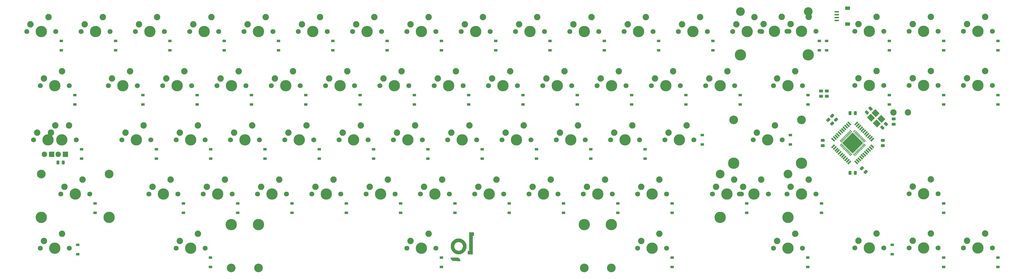
<source format=gbr>
%TF.GenerationSoftware,KiCad,Pcbnew,(5.99.0-12118-g897269f33f)*%
%TF.CreationDate,2021-10-21T22:54:26-04:00*%
%TF.ProjectId,latte,6c617474-652e-46b6-9963-61645f706362,rev?*%
%TF.SameCoordinates,Original*%
%TF.FileFunction,Soldermask,Bot*%
%TF.FilePolarity,Negative*%
%FSLAX46Y46*%
G04 Gerber Fmt 4.6, Leading zero omitted, Abs format (unit mm)*
G04 Created by KiCad (PCBNEW (5.99.0-12118-g897269f33f)) date 2021-10-21 22:54:26*
%MOMM*%
%LPD*%
G01*
G04 APERTURE LIST*
G04 Aperture macros list*
%AMRoundRect*
0 Rectangle with rounded corners*
0 $1 Rounding radius*
0 $2 $3 $4 $5 $6 $7 $8 $9 X,Y pos of 4 corners*
0 Add a 4 corners polygon primitive as box body*
4,1,4,$2,$3,$4,$5,$6,$7,$8,$9,$2,$3,0*
0 Add four circle primitives for the rounded corners*
1,1,$1+$1,$2,$3*
1,1,$1+$1,$4,$5*
1,1,$1+$1,$6,$7*
1,1,$1+$1,$8,$9*
0 Add four rect primitives between the rounded corners*
20,1,$1+$1,$2,$3,$4,$5,0*
20,1,$1+$1,$4,$5,$6,$7,0*
20,1,$1+$1,$6,$7,$8,$9,0*
20,1,$1+$1,$8,$9,$2,$3,0*%
%AMRotRect*
0 Rectangle, with rotation*
0 The origin of the aperture is its center*
0 $1 length*
0 $2 width*
0 $3 Rotation angle, in degrees counterclockwise*
0 Add horizontal line*
21,1,$1,$2,0,0,$3*%
G04 Aperture macros list end*
%ADD10C,0.010000*%
%ADD11C,1.750000*%
%ADD12C,3.987800*%
%ADD13C,2.250000*%
%ADD14C,3.048000*%
%ADD15C,1.905000*%
%ADD16R,1.905000X1.905000*%
%ADD17R,1.200000X0.900000*%
%ADD18RoundRect,0.243750X0.494975X0.150260X0.150260X0.494975X-0.494975X-0.150260X-0.150260X-0.494975X0*%
%ADD19RoundRect,0.243750X-0.456250X0.243750X-0.456250X-0.243750X0.456250X-0.243750X0.456250X0.243750X0*%
%ADD20RoundRect,0.243750X0.456250X-0.243750X0.456250X0.243750X-0.456250X0.243750X-0.456250X-0.243750X0*%
%ADD21R,1.800000X1.200000*%
%ADD22R,1.550000X0.600000*%
%ADD23RotRect,2.100000X1.800000X315.000000*%
%ADD24RoundRect,0.243750X0.243750X0.456250X-0.243750X0.456250X-0.243750X-0.456250X0.243750X-0.456250X0*%
%ADD25RotRect,1.500000X0.550000X315.000000*%
%ADD26RoundRect,0.062500X-0.380070X0.291682X0.291682X-0.380070X0.380070X-0.291682X-0.291682X0.380070X0*%
%ADD27RotRect,1.500000X0.550000X225.000000*%
%ADD28RoundRect,0.062500X-0.380070X-0.291682X-0.291682X-0.380070X0.380070X0.291682X0.291682X0.380070X0*%
%ADD29RoundRect,0.250000X-3.323402X0.000000X0.000000X-3.323402X3.323402X0.000000X0.000000X3.323402X0*%
%ADD30RoundRect,0.243750X-0.243750X-0.456250X0.243750X-0.456250X0.243750X0.456250X-0.243750X0.456250X0*%
%ADD31RoundRect,0.243750X-0.150260X0.494975X-0.494975X0.150260X0.150260X-0.494975X0.494975X-0.150260X0*%
%ADD32RoundRect,0.243750X0.150260X-0.494975X0.494975X-0.150260X-0.150260X0.494975X-0.494975X0.150260X0*%
%ADD33C,2.200000*%
G04 APERTURE END LIST*
D10*
%TO.C,G\u002A\u002A\u002A*%
X139563231Y-140149384D02*
X139074770Y-140149384D01*
X139074770Y-140149384D02*
X139074770Y-141321692D01*
X139074770Y-141321692D02*
X140735423Y-141321692D01*
X140735423Y-141321692D02*
X140740366Y-138092961D01*
X140740366Y-138092961D02*
X140745308Y-134864230D01*
X140745308Y-134864230D02*
X141224000Y-134853258D01*
X141224000Y-134853258D02*
X141224000Y-133682154D01*
X141224000Y-133682154D02*
X139563231Y-133682154D01*
X139563231Y-133682154D02*
X139563231Y-140149384D01*
X139563231Y-140149384D02*
X139563231Y-140149384D01*
G36*
X141224000Y-134853258D02*
G01*
X140745308Y-134864230D01*
X140740366Y-138092961D01*
X140735423Y-141321692D01*
X139074770Y-141321692D01*
X139074770Y-140149384D01*
X139563231Y-140149384D01*
X139563231Y-133682154D01*
X141224000Y-133682154D01*
X141224000Y-134853258D01*
G37*
X141224000Y-134853258D02*
X140745308Y-134864230D01*
X140740366Y-138092961D01*
X140735423Y-141321692D01*
X139074770Y-141321692D01*
X139074770Y-140149384D01*
X139563231Y-140149384D01*
X139563231Y-133682154D01*
X141224000Y-133682154D01*
X141224000Y-134853258D01*
X135678970Y-135843728D02*
X135495824Y-135856345D01*
X135495824Y-135856345D02*
X135333163Y-135878150D01*
X135333163Y-135878150D02*
X135285155Y-135887533D01*
X135285155Y-135887533D02*
X134970827Y-135972754D01*
X134970827Y-135972754D02*
X134678649Y-136089147D01*
X134678649Y-136089147D02*
X134405613Y-136238357D01*
X134405613Y-136238357D02*
X134148708Y-136422028D01*
X134148708Y-136422028D02*
X133905672Y-136641056D01*
X133905672Y-136641056D02*
X133686315Y-136885053D01*
X133686315Y-136885053D02*
X133502723Y-137143355D01*
X133502723Y-137143355D02*
X133353554Y-137418494D01*
X133353554Y-137418494D02*
X133237467Y-137712998D01*
X133237467Y-137712998D02*
X133153119Y-138029398D01*
X133153119Y-138029398D02*
X133143237Y-138078307D01*
X133143237Y-138078307D02*
X133121328Y-138232859D01*
X133121328Y-138232859D02*
X133109081Y-138412196D01*
X133109081Y-138412196D02*
X133106391Y-138603506D01*
X133106391Y-138603506D02*
X133113154Y-138793981D01*
X133113154Y-138793981D02*
X133129263Y-138970809D01*
X133129263Y-138970809D02*
X133151678Y-139107758D01*
X133151678Y-139107758D02*
X133239223Y-139429274D01*
X133239223Y-139429274D02*
X133360891Y-139733279D01*
X133360891Y-139733279D02*
X133515164Y-140017758D01*
X133515164Y-140017758D02*
X133700525Y-140280698D01*
X133700525Y-140280698D02*
X133915457Y-140520083D01*
X133915457Y-140520083D02*
X134158443Y-140733901D01*
X134158443Y-140733901D02*
X134427965Y-140920136D01*
X134427965Y-140920136D02*
X134583424Y-141008220D01*
X134583424Y-141008220D02*
X134772451Y-141096470D01*
X134772451Y-141096470D02*
X134981344Y-141174797D01*
X134981344Y-141174797D02*
X135192788Y-141237267D01*
X135192788Y-141237267D02*
X135352693Y-141271931D01*
X135352693Y-141271931D02*
X135489303Y-141290803D01*
X135489303Y-141290803D02*
X135644976Y-141304152D01*
X135644976Y-141304152D02*
X135806726Y-141311492D01*
X135806726Y-141311492D02*
X135961566Y-141312340D01*
X135961566Y-141312340D02*
X136096512Y-141306211D01*
X136096512Y-141306211D02*
X136144000Y-141301456D01*
X136144000Y-141301456D02*
X136471188Y-141242595D01*
X136471188Y-141242595D02*
X136782246Y-141149106D01*
X136782246Y-141149106D02*
X137075290Y-141022746D01*
X137075290Y-141022746D02*
X137348435Y-140865275D01*
X137348435Y-140865275D02*
X137599799Y-140678451D01*
X137599799Y-140678451D02*
X137827498Y-140464034D01*
X137827498Y-140464034D02*
X138029647Y-140223780D01*
X138029647Y-140223780D02*
X138204365Y-139959450D01*
X138204365Y-139959450D02*
X138349765Y-139672802D01*
X138349765Y-139672802D02*
X138463966Y-139365593D01*
X138463966Y-139365593D02*
X138540260Y-139064291D01*
X138540260Y-139064291D02*
X138561373Y-138918525D01*
X138561373Y-138918525D02*
X138573392Y-138747181D01*
X138573392Y-138747181D02*
X138576430Y-138562656D01*
X138576430Y-138562656D02*
X138576253Y-138557000D01*
X138576253Y-138557000D02*
X137401129Y-138557000D01*
X137401129Y-138557000D02*
X137385131Y-138811527D01*
X137385131Y-138811527D02*
X137333566Y-139050305D01*
X137333566Y-139050305D02*
X137246716Y-139272666D01*
X137246716Y-139272666D02*
X137124864Y-139477941D01*
X137124864Y-139477941D02*
X136968294Y-139665464D01*
X136968294Y-139665464D02*
X136905890Y-139726274D01*
X136905890Y-139726274D02*
X136716871Y-139875236D01*
X136716871Y-139875236D02*
X136508379Y-139992057D01*
X136508379Y-139992057D02*
X136284719Y-140075606D01*
X136284719Y-140075606D02*
X136050195Y-140124752D01*
X136050195Y-140124752D02*
X135809110Y-140138366D01*
X135809110Y-140138366D02*
X135565768Y-140115316D01*
X135565768Y-140115316D02*
X135485285Y-140099378D01*
X135485285Y-140099378D02*
X135256673Y-140028545D01*
X135256673Y-140028545D02*
X135044259Y-139923794D01*
X135044259Y-139923794D02*
X134851062Y-139787992D01*
X134851062Y-139787992D02*
X134680100Y-139624009D01*
X134680100Y-139624009D02*
X134534393Y-139434713D01*
X134534393Y-139434713D02*
X134416958Y-139222972D01*
X134416958Y-139222972D02*
X134335149Y-139006384D01*
X134335149Y-139006384D02*
X134311931Y-138923111D01*
X134311931Y-138923111D02*
X134296519Y-138849581D01*
X134296519Y-138849581D02*
X134287351Y-138773266D01*
X134287351Y-138773266D02*
X134282864Y-138681639D01*
X134282864Y-138681639D02*
X134281541Y-138576538D01*
X134281541Y-138576538D02*
X134291675Y-138355303D01*
X134291675Y-138355303D02*
X134325594Y-138157809D01*
X134325594Y-138157809D02*
X134385905Y-137974959D01*
X134385905Y-137974959D02*
X134475215Y-137797652D01*
X134475215Y-137797652D02*
X134529411Y-137711452D01*
X134529411Y-137711452D02*
X134678955Y-137519488D01*
X134678955Y-137519488D02*
X134848598Y-137358466D01*
X134848598Y-137358466D02*
X135034848Y-137228172D01*
X135034848Y-137228172D02*
X135234215Y-137128393D01*
X135234215Y-137128393D02*
X135443208Y-137058918D01*
X135443208Y-137058918D02*
X135658336Y-137019532D01*
X135658336Y-137019532D02*
X135876109Y-137010024D01*
X135876109Y-137010024D02*
X136093035Y-137030180D01*
X136093035Y-137030180D02*
X136305623Y-137079789D01*
X136305623Y-137079789D02*
X136510384Y-137158637D01*
X136510384Y-137158637D02*
X136703825Y-137266512D01*
X136703825Y-137266512D02*
X136882456Y-137403200D01*
X136882456Y-137403200D02*
X137042787Y-137568490D01*
X137042787Y-137568490D02*
X137181325Y-137762168D01*
X137181325Y-137762168D02*
X137245055Y-137876915D01*
X137245055Y-137876915D02*
X137329766Y-138082785D01*
X137329766Y-138082785D02*
X137381278Y-138301249D01*
X137381278Y-138301249D02*
X137400904Y-138538021D01*
X137400904Y-138538021D02*
X137401129Y-138557000D01*
X137401129Y-138557000D02*
X138576253Y-138557000D01*
X138576253Y-138557000D02*
X138570601Y-138377348D01*
X138570601Y-138377348D02*
X138556017Y-138203656D01*
X138556017Y-138203656D02*
X138532792Y-138053977D01*
X138532792Y-138053977D02*
X138530974Y-138045318D01*
X138530974Y-138045318D02*
X138442391Y-137720498D01*
X138442391Y-137720498D02*
X138320756Y-137415293D01*
X138320756Y-137415293D02*
X138167727Y-137131372D01*
X138167727Y-137131372D02*
X137984965Y-136870403D01*
X137984965Y-136870403D02*
X137774127Y-136634052D01*
X137774127Y-136634052D02*
X137536873Y-136423989D01*
X137536873Y-136423989D02*
X137274863Y-136241882D01*
X137274863Y-136241882D02*
X136989754Y-136089397D01*
X136989754Y-136089397D02*
X136683207Y-135968203D01*
X136683207Y-135968203D02*
X136382637Y-135885546D01*
X136382637Y-135885546D02*
X136234434Y-135861205D01*
X136234434Y-135861205D02*
X136059963Y-135846136D01*
X136059963Y-135846136D02*
X135870913Y-135840317D01*
X135870913Y-135840317D02*
X135678970Y-135843728D01*
X135678970Y-135843728D02*
X135678970Y-135843728D01*
G36*
X138573392Y-138747181D02*
G01*
X138561373Y-138918525D01*
X138540260Y-139064291D01*
X138463966Y-139365593D01*
X138349765Y-139672802D01*
X138204365Y-139959450D01*
X138029647Y-140223780D01*
X137827498Y-140464034D01*
X137599799Y-140678451D01*
X137348435Y-140865275D01*
X137075290Y-141022746D01*
X136782246Y-141149106D01*
X136471188Y-141242595D01*
X136144000Y-141301456D01*
X136096512Y-141306211D01*
X135961566Y-141312340D01*
X135806726Y-141311492D01*
X135644976Y-141304152D01*
X135489303Y-141290803D01*
X135352693Y-141271931D01*
X135192788Y-141237267D01*
X134981344Y-141174797D01*
X134772451Y-141096470D01*
X134583424Y-141008220D01*
X134427965Y-140920136D01*
X134158443Y-140733901D01*
X133915457Y-140520083D01*
X133700525Y-140280698D01*
X133515164Y-140017758D01*
X133360891Y-139733279D01*
X133239223Y-139429274D01*
X133151678Y-139107758D01*
X133129263Y-138970809D01*
X133113154Y-138793981D01*
X133106391Y-138603506D01*
X133106770Y-138576538D01*
X134281541Y-138576538D01*
X134282864Y-138681639D01*
X134287351Y-138773266D01*
X134296519Y-138849581D01*
X134311931Y-138923111D01*
X134335149Y-139006384D01*
X134416958Y-139222972D01*
X134534393Y-139434713D01*
X134680100Y-139624009D01*
X134851062Y-139787992D01*
X135044259Y-139923794D01*
X135256673Y-140028545D01*
X135485285Y-140099378D01*
X135565768Y-140115316D01*
X135809110Y-140138366D01*
X136050195Y-140124752D01*
X136284719Y-140075606D01*
X136508379Y-139992057D01*
X136716871Y-139875236D01*
X136905890Y-139726274D01*
X136968294Y-139665464D01*
X137124864Y-139477941D01*
X137246716Y-139272666D01*
X137333566Y-139050305D01*
X137385131Y-138811527D01*
X137401129Y-138557000D01*
X137400904Y-138538021D01*
X137381278Y-138301249D01*
X137329766Y-138082785D01*
X137245055Y-137876915D01*
X137181325Y-137762168D01*
X137042787Y-137568490D01*
X136882456Y-137403200D01*
X136703825Y-137266512D01*
X136510384Y-137158637D01*
X136305623Y-137079789D01*
X136093035Y-137030180D01*
X135876109Y-137010024D01*
X135658336Y-137019532D01*
X135443208Y-137058918D01*
X135234215Y-137128393D01*
X135034848Y-137228172D01*
X134848598Y-137358466D01*
X134678955Y-137519488D01*
X134529411Y-137711452D01*
X134475215Y-137797652D01*
X134385905Y-137974959D01*
X134325594Y-138157809D01*
X134291675Y-138355303D01*
X134281541Y-138576538D01*
X133106770Y-138576538D01*
X133109081Y-138412196D01*
X133121328Y-138232859D01*
X133143237Y-138078307D01*
X133153119Y-138029398D01*
X133237467Y-137712998D01*
X133353554Y-137418494D01*
X133502723Y-137143355D01*
X133686315Y-136885053D01*
X133905672Y-136641056D01*
X134148708Y-136422028D01*
X134405613Y-136238357D01*
X134678649Y-136089147D01*
X134970827Y-135972754D01*
X135285155Y-135887533D01*
X135333163Y-135878150D01*
X135495824Y-135856345D01*
X135678970Y-135843728D01*
X135870913Y-135840317D01*
X136059963Y-135846136D01*
X136234434Y-135861205D01*
X136382637Y-135885546D01*
X136683207Y-135968203D01*
X136989754Y-136089397D01*
X137274863Y-136241882D01*
X137536873Y-136423989D01*
X137774127Y-136634052D01*
X137984965Y-136870403D01*
X138167727Y-137131372D01*
X138320756Y-137415293D01*
X138442391Y-137720498D01*
X138530974Y-138045318D01*
X138532792Y-138053977D01*
X138556017Y-138203656D01*
X138570601Y-138377348D01*
X138576253Y-138557000D01*
X138576430Y-138562656D01*
X138573392Y-138747181D01*
G37*
X138573392Y-138747181D02*
X138561373Y-138918525D01*
X138540260Y-139064291D01*
X138463966Y-139365593D01*
X138349765Y-139672802D01*
X138204365Y-139959450D01*
X138029647Y-140223780D01*
X137827498Y-140464034D01*
X137599799Y-140678451D01*
X137348435Y-140865275D01*
X137075290Y-141022746D01*
X136782246Y-141149106D01*
X136471188Y-141242595D01*
X136144000Y-141301456D01*
X136096512Y-141306211D01*
X135961566Y-141312340D01*
X135806726Y-141311492D01*
X135644976Y-141304152D01*
X135489303Y-141290803D01*
X135352693Y-141271931D01*
X135192788Y-141237267D01*
X134981344Y-141174797D01*
X134772451Y-141096470D01*
X134583424Y-141008220D01*
X134427965Y-140920136D01*
X134158443Y-140733901D01*
X133915457Y-140520083D01*
X133700525Y-140280698D01*
X133515164Y-140017758D01*
X133360891Y-139733279D01*
X133239223Y-139429274D01*
X133151678Y-139107758D01*
X133129263Y-138970809D01*
X133113154Y-138793981D01*
X133106391Y-138603506D01*
X133106770Y-138576538D01*
X134281541Y-138576538D01*
X134282864Y-138681639D01*
X134287351Y-138773266D01*
X134296519Y-138849581D01*
X134311931Y-138923111D01*
X134335149Y-139006384D01*
X134416958Y-139222972D01*
X134534393Y-139434713D01*
X134680100Y-139624009D01*
X134851062Y-139787992D01*
X135044259Y-139923794D01*
X135256673Y-140028545D01*
X135485285Y-140099378D01*
X135565768Y-140115316D01*
X135809110Y-140138366D01*
X136050195Y-140124752D01*
X136284719Y-140075606D01*
X136508379Y-139992057D01*
X136716871Y-139875236D01*
X136905890Y-139726274D01*
X136968294Y-139665464D01*
X137124864Y-139477941D01*
X137246716Y-139272666D01*
X137333566Y-139050305D01*
X137385131Y-138811527D01*
X137401129Y-138557000D01*
X137400904Y-138538021D01*
X137381278Y-138301249D01*
X137329766Y-138082785D01*
X137245055Y-137876915D01*
X137181325Y-137762168D01*
X137042787Y-137568490D01*
X136882456Y-137403200D01*
X136703825Y-137266512D01*
X136510384Y-137158637D01*
X136305623Y-137079789D01*
X136093035Y-137030180D01*
X135876109Y-137010024D01*
X135658336Y-137019532D01*
X135443208Y-137058918D01*
X135234215Y-137128393D01*
X135034848Y-137228172D01*
X134848598Y-137358466D01*
X134678955Y-137519488D01*
X134529411Y-137711452D01*
X134475215Y-137797652D01*
X134385905Y-137974959D01*
X134325594Y-138157809D01*
X134291675Y-138355303D01*
X134281541Y-138576538D01*
X133106770Y-138576538D01*
X133109081Y-138412196D01*
X133121328Y-138232859D01*
X133143237Y-138078307D01*
X133153119Y-138029398D01*
X133237467Y-137712998D01*
X133353554Y-137418494D01*
X133502723Y-137143355D01*
X133686315Y-136885053D01*
X133905672Y-136641056D01*
X134148708Y-136422028D01*
X134405613Y-136238357D01*
X134678649Y-136089147D01*
X134970827Y-135972754D01*
X135285155Y-135887533D01*
X135333163Y-135878150D01*
X135495824Y-135856345D01*
X135678970Y-135843728D01*
X135870913Y-135840317D01*
X136059963Y-135846136D01*
X136234434Y-135861205D01*
X136382637Y-135885546D01*
X136683207Y-135968203D01*
X136989754Y-136089397D01*
X137274863Y-136241882D01*
X137536873Y-136423989D01*
X137774127Y-136634052D01*
X137984965Y-136870403D01*
X138167727Y-137131372D01*
X138320756Y-137415293D01*
X138442391Y-137720498D01*
X138530974Y-138045318D01*
X138532792Y-138053977D01*
X138556017Y-138203656D01*
X138570601Y-138377348D01*
X138576253Y-138557000D01*
X138576430Y-138562656D01*
X138573392Y-138747181D01*
X133105244Y-142616115D02*
X133151166Y-142833866D01*
X133151166Y-142833866D02*
X133230719Y-143033043D01*
X133230719Y-143033043D02*
X133342027Y-143211387D01*
X133342027Y-143211387D02*
X133483214Y-143366644D01*
X133483214Y-143366644D02*
X133652404Y-143496555D01*
X133652404Y-143496555D02*
X133847723Y-143598863D01*
X133847723Y-143598863D02*
X133955693Y-143639324D01*
X133955693Y-143639324D02*
X133980753Y-143646734D01*
X133980753Y-143646734D02*
X134009620Y-143653086D01*
X134009620Y-143653086D02*
X134045462Y-143658481D01*
X134045462Y-143658481D02*
X134091444Y-143663023D01*
X134091444Y-143663023D02*
X134150735Y-143666816D01*
X134150735Y-143666816D02*
X134226501Y-143669963D01*
X134226501Y-143669963D02*
X134321908Y-143672567D01*
X134321908Y-143672567D02*
X134440125Y-143674732D01*
X134440125Y-143674732D02*
X134584317Y-143676561D01*
X134584317Y-143676561D02*
X134757652Y-143678158D01*
X134757652Y-143678158D02*
X134963296Y-143679625D01*
X134963296Y-143679625D02*
X135204417Y-143681068D01*
X135204417Y-143681068D02*
X135240346Y-143681269D01*
X135240346Y-143681269D02*
X136417539Y-143687817D01*
X136417539Y-143687817D02*
X136417539Y-143596844D01*
X136417539Y-143596844D02*
X136399341Y-143433030D01*
X136399341Y-143433030D02*
X136347675Y-143266226D01*
X136347675Y-143266226D02*
X136266935Y-143103118D01*
X136266935Y-143103118D02*
X136161512Y-142950390D01*
X136161512Y-142950390D02*
X136035799Y-142814727D01*
X136035799Y-142814727D02*
X135894188Y-142702817D01*
X135894188Y-142702817D02*
X135791403Y-142643866D01*
X135791403Y-142643866D02*
X135737945Y-142617871D01*
X135737945Y-142617871D02*
X135689760Y-142595584D01*
X135689760Y-142595584D02*
X135643480Y-142576721D01*
X135643480Y-142576721D02*
X135595734Y-142560995D01*
X135595734Y-142560995D02*
X135543154Y-142548122D01*
X135543154Y-142548122D02*
X135482369Y-142537816D01*
X135482369Y-142537816D02*
X135410011Y-142529792D01*
X135410011Y-142529792D02*
X135322710Y-142523764D01*
X135322710Y-142523764D02*
X135217096Y-142519447D01*
X135217096Y-142519447D02*
X135089801Y-142516555D01*
X135089801Y-142516555D02*
X134937454Y-142514804D01*
X134937454Y-142514804D02*
X134756686Y-142513908D01*
X134756686Y-142513908D02*
X134544127Y-142513581D01*
X134544127Y-142513581D02*
X134296409Y-142513538D01*
X134296409Y-142513538D02*
X133092333Y-142513538D01*
X133092333Y-142513538D02*
X133105244Y-142616115D01*
X133105244Y-142616115D02*
X133105244Y-142616115D01*
G36*
X134544127Y-142513581D02*
G01*
X134756686Y-142513908D01*
X134937454Y-142514804D01*
X135089801Y-142516555D01*
X135217096Y-142519447D01*
X135322710Y-142523764D01*
X135410011Y-142529792D01*
X135482369Y-142537816D01*
X135543154Y-142548122D01*
X135595734Y-142560995D01*
X135643480Y-142576721D01*
X135689760Y-142595584D01*
X135737945Y-142617871D01*
X135791403Y-142643866D01*
X135894188Y-142702817D01*
X136035799Y-142814727D01*
X136161512Y-142950390D01*
X136266935Y-143103118D01*
X136347675Y-143266226D01*
X136399341Y-143433030D01*
X136417539Y-143596844D01*
X136417539Y-143687817D01*
X135240346Y-143681269D01*
X135204417Y-143681068D01*
X134963296Y-143679625D01*
X134757652Y-143678158D01*
X134584317Y-143676561D01*
X134440125Y-143674732D01*
X134321908Y-143672567D01*
X134226501Y-143669963D01*
X134150735Y-143666816D01*
X134091444Y-143663023D01*
X134045462Y-143658481D01*
X134009620Y-143653086D01*
X133980753Y-143646734D01*
X133955693Y-143639324D01*
X133847723Y-143598863D01*
X133652404Y-143496555D01*
X133483214Y-143366644D01*
X133342027Y-143211387D01*
X133230719Y-143033043D01*
X133151166Y-142833866D01*
X133105244Y-142616115D01*
X133092333Y-142513538D01*
X134296409Y-142513538D01*
X134544127Y-142513581D01*
G37*
X134544127Y-142513581D02*
X134756686Y-142513908D01*
X134937454Y-142514804D01*
X135089801Y-142516555D01*
X135217096Y-142519447D01*
X135322710Y-142523764D01*
X135410011Y-142529792D01*
X135482369Y-142537816D01*
X135543154Y-142548122D01*
X135595734Y-142560995D01*
X135643480Y-142576721D01*
X135689760Y-142595584D01*
X135737945Y-142617871D01*
X135791403Y-142643866D01*
X135894188Y-142702817D01*
X136035799Y-142814727D01*
X136161512Y-142950390D01*
X136266935Y-143103118D01*
X136347675Y-143266226D01*
X136399341Y-143433030D01*
X136417539Y-143596844D01*
X136417539Y-143687817D01*
X135240346Y-143681269D01*
X135204417Y-143681068D01*
X134963296Y-143679625D01*
X134757652Y-143678158D01*
X134584317Y-143676561D01*
X134440125Y-143674732D01*
X134321908Y-143672567D01*
X134226501Y-143669963D01*
X134150735Y-143666816D01*
X134091444Y-143663023D01*
X134045462Y-143658481D01*
X134009620Y-143653086D01*
X133980753Y-143646734D01*
X133955693Y-143639324D01*
X133847723Y-143598863D01*
X133652404Y-143496555D01*
X133483214Y-143366644D01*
X133342027Y-143211387D01*
X133230719Y-143033043D01*
X133151166Y-142833866D01*
X133105244Y-142616115D01*
X133092333Y-142513538D01*
X134296409Y-142513538D01*
X134544127Y-142513581D01*
%TD*%
D11*
%TO.C,MX19*%
X12995000Y-82075000D03*
X23155000Y-82075000D03*
D12*
X18075000Y-82075000D03*
D13*
X14265000Y-79535000D03*
X20615000Y-76995000D03*
%TD*%
D11*
%TO.C,MX46*%
X56455000Y-120175000D03*
X46295000Y-120175000D03*
D12*
X51375000Y-120175000D03*
D13*
X47565000Y-117635000D03*
X53915000Y-115095000D03*
%TD*%
D11*
%TO.C,MX56*%
X293970000Y-120125000D03*
X304130000Y-120125000D03*
D12*
X299050000Y-120125000D03*
D13*
X295240000Y-117585000D03*
X301590000Y-115045000D03*
%TD*%
D12*
%TO.C,MX23*%
X94275000Y-82075000D03*
D11*
X89195000Y-82075000D03*
X99355000Y-82075000D03*
D13*
X90465000Y-79535000D03*
X96815000Y-76995000D03*
%TD*%
D11*
%TO.C,MX55*%
X251095000Y-120150000D03*
D12*
X256175000Y-120150000D03*
D11*
X261255000Y-120150000D03*
D13*
X252365000Y-117610000D03*
X258715000Y-115070000D03*
%TD*%
D11*
%TO.C,MX18*%
X323180000Y-62975000D03*
D12*
X318100000Y-62975000D03*
D11*
X313020000Y-62975000D03*
D13*
X314290000Y-60435000D03*
X320640000Y-57895000D03*
%TD*%
D14*
%TO.C,2.25u1*%
X256206250Y-94115000D03*
D12*
X256206250Y-109355000D03*
D14*
X232393750Y-94115000D03*
D12*
X244300000Y-101100000D03*
D11*
X239220000Y-101100000D03*
D12*
X232393750Y-109355000D03*
D11*
X249380000Y-101100000D03*
D13*
X240490000Y-98560000D03*
X246840000Y-96020000D03*
%TD*%
D11*
%TO.C,MX25*%
X127295000Y-82075000D03*
X137455000Y-82075000D03*
D12*
X132375000Y-82075000D03*
D13*
X128565000Y-79535000D03*
X134915000Y-76995000D03*
%TD*%
D12*
%TO.C,MX37*%
X79975000Y-101125000D03*
D11*
X74895000Y-101125000D03*
X85055000Y-101125000D03*
D13*
X76165000Y-98585000D03*
X82515000Y-96045000D03*
%TD*%
D11*
%TO.C,1.5u4*%
X36770000Y-139225000D03*
D12*
X41850000Y-139225000D03*
D11*
X46930000Y-139225000D03*
D13*
X38040000Y-136685000D03*
X44390000Y-134145000D03*
%TD*%
D12*
%TO.C,2.75u1*%
X251406250Y-128405000D03*
D14*
X227593750Y-113165000D03*
D12*
X227593750Y-128405000D03*
D11*
X234420000Y-120150000D03*
D14*
X251406250Y-113165000D03*
D12*
X239500000Y-120150000D03*
D11*
X244580000Y-120150000D03*
D13*
X235690000Y-117610000D03*
X242040000Y-115070000D03*
%TD*%
D12*
%TO.C,MX41*%
X156200000Y-101125000D03*
D11*
X161280000Y-101125000D03*
X151120000Y-101125000D03*
D13*
X152390000Y-98585000D03*
X158740000Y-96045000D03*
%TD*%
D11*
%TO.C,MX51*%
X151705000Y-120175000D03*
D12*
X146625000Y-120175000D03*
D11*
X141545000Y-120175000D03*
D13*
X142815000Y-117635000D03*
X149165000Y-115095000D03*
%TD*%
D11*
%TO.C,MX49*%
X103445000Y-120175000D03*
X113605000Y-120175000D03*
D12*
X108525000Y-120175000D03*
D13*
X104715000Y-117635000D03*
X111065000Y-115095000D03*
%TD*%
D12*
%TO.C,MX1*%
X-10500000Y-63025000D03*
D11*
X-15580000Y-63025000D03*
X-5420000Y-63025000D03*
D13*
X-14310000Y-60485000D03*
X-7960000Y-57945000D03*
%TD*%
D11*
%TO.C,MX2*%
X3470000Y-63025000D03*
X13630000Y-63025000D03*
D12*
X8550000Y-63025000D03*
D13*
X4740000Y-60485000D03*
X11090000Y-57945000D03*
%TD*%
D11*
%TO.C,MX3*%
X32680000Y-63025000D03*
D12*
X27600000Y-63025000D03*
D11*
X22520000Y-63025000D03*
D13*
X23790000Y-60485000D03*
X30140000Y-57945000D03*
%TD*%
D11*
%TO.C,1.5u1*%
X-10830000Y-82075000D03*
X-670000Y-82075000D03*
D12*
X-5750000Y-82075000D03*
D13*
X-9560000Y-79535000D03*
X-3210000Y-76995000D03*
%TD*%
D12*
%TO.C,MX33*%
X318100000Y-82025000D03*
D11*
X323180000Y-82025000D03*
X313020000Y-82025000D03*
D13*
X314290000Y-79485000D03*
X320640000Y-76945000D03*
%TD*%
D11*
%TO.C,MX54*%
X208855000Y-120175000D03*
X198695000Y-120175000D03*
D12*
X203775000Y-120175000D03*
D13*
X199965000Y-117635000D03*
X206315000Y-115095000D03*
%TD*%
D12*
%TO.C,MX8*%
X122850000Y-63025000D03*
D11*
X117770000Y-63025000D03*
X127930000Y-63025000D03*
D13*
X119040000Y-60485000D03*
X125390000Y-57945000D03*
%TD*%
D14*
%TO.C,10u1*%
X189487500Y-146210000D03*
X56137500Y-146210000D03*
D12*
X56137500Y-130970000D03*
X189487500Y-130970000D03*
%TD*%
D11*
%TO.C,MX9*%
X136820000Y-63025000D03*
D12*
X141900000Y-63025000D03*
D11*
X146980000Y-63025000D03*
D13*
X138090000Y-60485000D03*
X144440000Y-57945000D03*
%TD*%
D12*
%TO.C,MX11*%
X180000000Y-63025000D03*
D11*
X185080000Y-63025000D03*
X174920000Y-63025000D03*
D13*
X176190000Y-60485000D03*
X182540000Y-57945000D03*
%TD*%
D11*
%TO.C,MX35*%
X46955000Y-101125000D03*
X36795000Y-101125000D03*
D12*
X41875000Y-101125000D03*
D13*
X38065000Y-98585000D03*
X44415000Y-96045000D03*
%TD*%
D11*
%TO.C,MX14*%
X242230000Y-63000000D03*
X232070000Y-63000000D03*
D12*
X237150000Y-63000000D03*
D13*
X233340000Y-60460000D03*
X239690000Y-57920000D03*
%TD*%
D11*
%TO.C,1.75u2*%
X235055000Y-120150000D03*
D12*
X229975000Y-120150000D03*
D11*
X224895000Y-120150000D03*
D13*
X226165000Y-117610000D03*
X232515000Y-115070000D03*
%TD*%
D11*
%TO.C,MX38*%
X104105000Y-101125000D03*
D12*
X99025000Y-101125000D03*
D11*
X93945000Y-101125000D03*
D13*
X95215000Y-98585000D03*
X101565000Y-96045000D03*
%TD*%
D12*
%TO.C,MX30*%
X227625000Y-82050000D03*
D11*
X222545000Y-82050000D03*
X232705000Y-82050000D03*
D13*
X223815000Y-79510000D03*
X230165000Y-76970000D03*
%TD*%
D11*
%TO.C,1.75u1*%
X1705000Y-101125000D03*
X-8455000Y-101125000D03*
D12*
X-3375000Y-101125000D03*
D13*
X-7185000Y-98585000D03*
X-835000Y-96045000D03*
D15*
X-4645000Y-106205000D03*
D16*
X-2105000Y-106205000D03*
%TD*%
D12*
%TO.C,MX48*%
X89475000Y-120175000D03*
D11*
X94555000Y-120175000D03*
X84395000Y-120175000D03*
D13*
X85665000Y-117635000D03*
X92015000Y-115095000D03*
%TD*%
D11*
%TO.C,MX40*%
X132070000Y-101125000D03*
D12*
X137150000Y-101125000D03*
D11*
X142230000Y-101125000D03*
D13*
X133340000Y-98585000D03*
X139690000Y-96045000D03*
%TD*%
D11*
%TO.C,MX57*%
X285080000Y-139175000D03*
D12*
X280000000Y-139175000D03*
D11*
X274920000Y-139175000D03*
D13*
X276190000Y-136635000D03*
X282540000Y-134095000D03*
%TD*%
D12*
%TO.C,MX20*%
X37125000Y-82075000D03*
D11*
X42205000Y-82075000D03*
X32045000Y-82075000D03*
D13*
X33315000Y-79535000D03*
X39665000Y-76995000D03*
%TD*%
D12*
%TO.C,MX59*%
X318100000Y-139175000D03*
D11*
X323180000Y-139175000D03*
X313020000Y-139175000D03*
D13*
X314290000Y-136635000D03*
X320640000Y-134095000D03*
%TD*%
D11*
%TO.C,2.25u2*%
X-3705000Y-120175000D03*
D12*
X1375000Y-120175000D03*
D14*
X13281250Y-113190000D03*
D11*
X6455000Y-120175000D03*
D14*
X-10531250Y-113190000D03*
D12*
X13281250Y-128430000D03*
X-10531250Y-128430000D03*
D13*
X-2435000Y-117635000D03*
X3915000Y-115095000D03*
%TD*%
D11*
%TO.C,MX24*%
X108245000Y-82075000D03*
D12*
X113325000Y-82075000D03*
D11*
X118405000Y-82075000D03*
D13*
X109515000Y-79535000D03*
X115865000Y-76995000D03*
%TD*%
D11*
%TO.C,MX15*%
X251120000Y-62975000D03*
D12*
X256200000Y-62975000D03*
D11*
X261280000Y-62975000D03*
D13*
X252390000Y-60435000D03*
X258740000Y-57895000D03*
%TD*%
D11*
%TO.C,1.5u6*%
X246332125Y-139200000D03*
X256492125Y-139200000D03*
D12*
X251412125Y-139200000D03*
D13*
X247602125Y-136660000D03*
X253952125Y-134120000D03*
%TD*%
D12*
%TO.C,MX16*%
X280000000Y-62975000D03*
D11*
X285080000Y-62975000D03*
X274920000Y-62975000D03*
D13*
X276190000Y-60435000D03*
X282540000Y-57895000D03*
%TD*%
D11*
%TO.C,MX21*%
X51095000Y-82075000D03*
D12*
X56175000Y-82075000D03*
D11*
X61255000Y-82075000D03*
D13*
X52365000Y-79535000D03*
X58715000Y-76995000D03*
%TD*%
D12*
%TO.C,MX45*%
X32325000Y-120175000D03*
D11*
X37405000Y-120175000D03*
X27245000Y-120175000D03*
D13*
X28515000Y-117635000D03*
X34865000Y-115095000D03*
%TD*%
D12*
%TO.C,MX39*%
X118075000Y-101125000D03*
D11*
X112995000Y-101125000D03*
X123155000Y-101125000D03*
D13*
X114265000Y-98585000D03*
X120615000Y-96045000D03*
%TD*%
D11*
%TO.C,MX10*%
X155870000Y-63025000D03*
X166030000Y-63025000D03*
D12*
X160950000Y-63025000D03*
D13*
X157140000Y-60485000D03*
X163490000Y-57945000D03*
%TD*%
D11*
%TO.C,7u1*%
X127892500Y-139225000D03*
X117732500Y-139225000D03*
D14*
X179962500Y-146210000D03*
X65662500Y-146210000D03*
D12*
X179962500Y-130970000D03*
X122812500Y-139225000D03*
X65662500Y-130970000D03*
D13*
X119002500Y-136685000D03*
X125352500Y-134145000D03*
%TD*%
D11*
%TO.C,MX27*%
X175555000Y-82075000D03*
D12*
X170475000Y-82075000D03*
D11*
X165395000Y-82075000D03*
D13*
X166665000Y-79535000D03*
X173015000Y-76995000D03*
%TD*%
D12*
%TO.C,MX13*%
X218100000Y-63000000D03*
D11*
X213020000Y-63000000D03*
X223180000Y-63000000D03*
D13*
X214290000Y-60460000D03*
X220640000Y-57920000D03*
%TD*%
D11*
%TO.C,1.5u3*%
X-695000Y-139225000D03*
D12*
X-5775000Y-139225000D03*
D11*
X-10855000Y-139225000D03*
D13*
X-9585000Y-136685000D03*
X-3235000Y-134145000D03*
%TD*%
D11*
%TO.C,MX52*%
X160595000Y-120175000D03*
X170755000Y-120175000D03*
D12*
X165675000Y-120175000D03*
D13*
X161865000Y-117635000D03*
X168215000Y-115095000D03*
%TD*%
D12*
%TO.C,1.5u5*%
X203787125Y-139200000D03*
D11*
X198707125Y-139200000D03*
X208867125Y-139200000D03*
D13*
X199977125Y-136660000D03*
X206327125Y-134120000D03*
%TD*%
D11*
%TO.C,MX53*%
X179645000Y-120175000D03*
D12*
X184725000Y-120175000D03*
D11*
X189805000Y-120175000D03*
D13*
X180915000Y-117635000D03*
X187265000Y-115095000D03*
%TD*%
D11*
%TO.C,MX42*%
X180330000Y-101125000D03*
X170170000Y-101125000D03*
D12*
X175250000Y-101125000D03*
D13*
X171440000Y-98585000D03*
X177790000Y-96045000D03*
%TD*%
D11*
%TO.C,MX4*%
X51730000Y-63025000D03*
X41570000Y-63025000D03*
D12*
X46650000Y-63025000D03*
D13*
X42840000Y-60485000D03*
X49190000Y-57945000D03*
%TD*%
D11*
%TO.C,MX17*%
X293970000Y-62975000D03*
D12*
X299050000Y-62975000D03*
D11*
X304130000Y-62975000D03*
D13*
X295240000Y-60435000D03*
X301590000Y-57895000D03*
%TD*%
D11*
%TO.C,MX47*%
X65345000Y-120175000D03*
X75505000Y-120175000D03*
D12*
X70425000Y-120175000D03*
D13*
X66615000Y-117635000D03*
X72965000Y-115095000D03*
%TD*%
D12*
%TO.C,MX31*%
X280000000Y-82025000D03*
D11*
X285080000Y-82025000D03*
X274920000Y-82025000D03*
D13*
X276190000Y-79485000D03*
X282540000Y-76945000D03*
%TD*%
D11*
%TO.C,MX43*%
X189220000Y-101125000D03*
D12*
X194300000Y-101125000D03*
D11*
X199380000Y-101125000D03*
D13*
X190490000Y-98585000D03*
X196840000Y-96045000D03*
%TD*%
D11*
%TO.C,1.5u2*%
X256505000Y-82050000D03*
D12*
X251425000Y-82050000D03*
D11*
X246345000Y-82050000D03*
D13*
X247615000Y-79510000D03*
X253965000Y-76970000D03*
%TD*%
D11*
%TO.C,1.25u1*%
X-3070000Y-101125000D03*
D12*
X-8150000Y-101125000D03*
D11*
X-13230000Y-101125000D03*
D13*
X-11960000Y-98585000D03*
X-5610000Y-96045000D03*
D15*
X-9420000Y-106205000D03*
D16*
X-6880000Y-106205000D03*
%TD*%
D11*
%TO.C,MX12*%
X193970000Y-63000000D03*
D12*
X199050000Y-63000000D03*
D11*
X204130000Y-63000000D03*
D13*
X195240000Y-60460000D03*
X201590000Y-57920000D03*
%TD*%
D12*
%TO.C,MX34*%
X22825000Y-101125000D03*
D11*
X17745000Y-101125000D03*
X27905000Y-101125000D03*
D13*
X19015000Y-98585000D03*
X25365000Y-96045000D03*
%TD*%
D12*
%TO.C,MX44*%
X213350000Y-101100000D03*
D11*
X218430000Y-101100000D03*
X208270000Y-101100000D03*
D13*
X209540000Y-98560000D03*
X215890000Y-96020000D03*
%TD*%
D11*
%TO.C,MX22*%
X80305000Y-82075000D03*
X70145000Y-82075000D03*
D12*
X75225000Y-82075000D03*
D13*
X71415000Y-79535000D03*
X77765000Y-76995000D03*
%TD*%
D11*
%TO.C,MX50*%
X132655000Y-120175000D03*
X122495000Y-120175000D03*
D12*
X127575000Y-120175000D03*
D13*
X123765000Y-117635000D03*
X130115000Y-115095000D03*
%TD*%
D11*
%TO.C,MX32*%
X304130000Y-82025000D03*
X293970000Y-82025000D03*
D12*
X299050000Y-82025000D03*
D13*
X295240000Y-79485000D03*
X301590000Y-76945000D03*
%TD*%
D11*
%TO.C,MX26*%
X146345000Y-82075000D03*
D12*
X151425000Y-82075000D03*
D11*
X156505000Y-82075000D03*
D13*
X147615000Y-79535000D03*
X153965000Y-76995000D03*
%TD*%
D11*
%TO.C,MX5*%
X60620000Y-63025000D03*
X70780000Y-63025000D03*
D12*
X65700000Y-63025000D03*
D13*
X61890000Y-60485000D03*
X68240000Y-57945000D03*
%TD*%
D11*
%TO.C,2u1*%
X251755000Y-62975000D03*
D14*
X258581250Y-55990000D03*
D11*
X241595000Y-62975000D03*
D12*
X246675000Y-62975000D03*
X258581250Y-71230000D03*
X234768750Y-71230000D03*
D14*
X234768750Y-55990000D03*
D13*
X242865000Y-60435000D03*
X249215000Y-57895000D03*
%TD*%
D11*
%TO.C,MX29*%
X203495000Y-82050000D03*
D12*
X208575000Y-82050000D03*
D11*
X213655000Y-82050000D03*
D13*
X204765000Y-79510000D03*
X211115000Y-76970000D03*
%TD*%
D12*
%TO.C,MX58*%
X299050000Y-139175000D03*
D11*
X304130000Y-139175000D03*
X293970000Y-139175000D03*
D13*
X295240000Y-136635000D03*
X301590000Y-134095000D03*
%TD*%
D11*
%TO.C,MX28*%
X184445000Y-82075000D03*
X194605000Y-82075000D03*
D12*
X189525000Y-82075000D03*
D13*
X185715000Y-79535000D03*
X192065000Y-76995000D03*
%TD*%
D11*
%TO.C,MX6*%
X89830000Y-63025000D03*
X79670000Y-63025000D03*
D12*
X84750000Y-63025000D03*
D13*
X80940000Y-60485000D03*
X87290000Y-57945000D03*
%TD*%
D11*
%TO.C,MX36*%
X55845000Y-101125000D03*
D12*
X60925000Y-101125000D03*
D11*
X66005000Y-101125000D03*
D13*
X57115000Y-98585000D03*
X63465000Y-96045000D03*
%TD*%
D11*
%TO.C,MX7*%
X98720000Y-63025000D03*
D12*
X103800000Y-63025000D03*
D11*
X108880000Y-63025000D03*
D13*
X99990000Y-60485000D03*
X106340000Y-57945000D03*
%TD*%
D17*
%TO.C,D47*%
X221350000Y-102750000D03*
X221350000Y-99450000D03*
%TD*%
%TO.C,D16*%
X287000000Y-69625000D03*
X287000000Y-66325000D03*
%TD*%
D18*
%TO.C,C1*%
X266887913Y-95412913D03*
X265562087Y-94087087D03*
%TD*%
D19*
%TO.C,R4*%
X263050000Y-83912500D03*
X263050000Y-85787500D03*
%TD*%
D17*
%TO.C,D2*%
X15550000Y-69675000D03*
X15550000Y-66375000D03*
%TD*%
D19*
%TO.C,C5*%
X263625000Y-101312500D03*
X263625000Y-103187500D03*
%TD*%
D17*
%TO.C,D56*%
X153625000Y-126825000D03*
X153625000Y-123525000D03*
%TD*%
%TO.C,D23*%
X82225000Y-88725000D03*
X82225000Y-85425000D03*
%TD*%
D20*
%TO.C,C3*%
X284675000Y-103187500D03*
X284675000Y-101312500D03*
%TD*%
D17*
%TO.C,D31*%
X234625000Y-88700000D03*
X234625000Y-85400000D03*
%TD*%
%TO.C,D20*%
X25075000Y-88725000D03*
X25075000Y-85425000D03*
%TD*%
%TO.C,D25*%
X120325000Y-88725000D03*
X120325000Y-85425000D03*
%TD*%
%TO.C,D67*%
X258412125Y-145850000D03*
X258412125Y-142550000D03*
%TD*%
%TO.C,D51*%
X58375000Y-126825000D03*
X58375000Y-123525000D03*
%TD*%
%TO.C,D27*%
X158425000Y-88725000D03*
X158425000Y-85425000D03*
%TD*%
%TO.C,D15*%
X264975000Y-69625000D03*
X264975000Y-66325000D03*
%TD*%
%TO.C,D19*%
X1250000Y-88725000D03*
X1250000Y-85425000D03*
%TD*%
D21*
%TO.C,J1*%
X272375000Y-54825000D03*
X272375000Y-60425000D03*
D22*
X268500000Y-56125000D03*
X268500000Y-57125000D03*
X268500000Y-58125000D03*
X268500000Y-59125000D03*
%TD*%
D17*
%TO.C,D9*%
X148900000Y-69675000D03*
X148900000Y-66375000D03*
%TD*%
%TO.C,D36*%
X3625000Y-107775000D03*
X3625000Y-104475000D03*
%TD*%
%TO.C,D8*%
X129850000Y-69675000D03*
X129850000Y-66375000D03*
%TD*%
D23*
%TO.C,Y1*%
X282182468Y-91731122D03*
X284233078Y-93781732D03*
X282606732Y-95408078D03*
X280556122Y-93357468D03*
%TD*%
D17*
%TO.C,D38*%
X48875000Y-107775000D03*
X48875000Y-104475000D03*
%TD*%
D24*
%TO.C,C4*%
X275087500Y-112750000D03*
X273212500Y-112750000D03*
%TD*%
D17*
%TO.C,D28*%
X177475000Y-88725000D03*
X177475000Y-85425000D03*
%TD*%
%TO.C,D21*%
X44125000Y-88725000D03*
X44125000Y-85425000D03*
%TD*%
%TO.C,D37*%
X29825000Y-107775000D03*
X29825000Y-104475000D03*
%TD*%
%TO.C,D33*%
X287000000Y-88675000D03*
X287000000Y-85375000D03*
%TD*%
%TO.C,D55*%
X134575000Y-126825000D03*
X134575000Y-123525000D03*
%TD*%
%TO.C,D13*%
X225100000Y-69650000D03*
X225100000Y-66350000D03*
%TD*%
%TO.C,D35*%
X325100000Y-88675000D03*
X325100000Y-85375000D03*
%TD*%
%TO.C,D6*%
X91750000Y-69675000D03*
X91750000Y-66375000D03*
%TD*%
%TO.C,D44*%
X163200000Y-107775000D03*
X163200000Y-104475000D03*
%TD*%
%TO.C,D26*%
X139375000Y-88725000D03*
X139375000Y-85425000D03*
%TD*%
%TO.C,D12*%
X206050000Y-69650000D03*
X206050000Y-66350000D03*
%TD*%
%TO.C,D49*%
X8375000Y-126825000D03*
X8375000Y-123525000D03*
%TD*%
%TO.C,D10*%
X167950000Y-69675000D03*
X167950000Y-66375000D03*
%TD*%
D25*
%TO.C,U1*%
X267297380Y-101041603D03*
D26*
X270028580Y-101651482D03*
X270382133Y-101297929D03*
D25*
X267863066Y-100475917D03*
D26*
X270735687Y-100944375D03*
D25*
X268428751Y-99910232D03*
X268994436Y-99344546D03*
D26*
X271089240Y-100590822D03*
X271442794Y-100237269D03*
D25*
X269560122Y-98778861D03*
D26*
X271796347Y-99883715D03*
D25*
X270125807Y-98213175D03*
X270691493Y-97647490D03*
D26*
X272149900Y-99530162D03*
X272503454Y-99176608D03*
D25*
X271257178Y-97081805D03*
D26*
X272857007Y-98823055D03*
D25*
X271822864Y-96516119D03*
X272388549Y-95950434D03*
D26*
X273210561Y-98469502D03*
D25*
X272954234Y-95384748D03*
D26*
X273564114Y-98115948D03*
D27*
X275358397Y-95384748D03*
D28*
X274748518Y-98115948D03*
D27*
X275924083Y-95950434D03*
D28*
X275102071Y-98469502D03*
D27*
X276489768Y-96516119D03*
D28*
X275455625Y-98823055D03*
D27*
X277055454Y-97081805D03*
D28*
X275809178Y-99176608D03*
X276162731Y-99530162D03*
D27*
X277621139Y-97647490D03*
X278186825Y-98213175D03*
D28*
X276516285Y-99883715D03*
X276869838Y-100237269D03*
D27*
X278752510Y-98778861D03*
X279318195Y-99344546D03*
D28*
X277223392Y-100590822D03*
D27*
X279883881Y-99910232D03*
D28*
X277576945Y-100944375D03*
X277930498Y-101297929D03*
D27*
X280449566Y-100475917D03*
X281015252Y-101041603D03*
D28*
X278284052Y-101651482D03*
D25*
X281015252Y-103445766D03*
D26*
X278284052Y-102835886D03*
D25*
X280449566Y-104011451D03*
D26*
X277930498Y-103189439D03*
D25*
X279883881Y-104577136D03*
D26*
X277576945Y-103542993D03*
D25*
X279318195Y-105142822D03*
D26*
X277223392Y-103896546D03*
D25*
X278752510Y-105708507D03*
D26*
X276869838Y-104250100D03*
D25*
X278186825Y-106274193D03*
D26*
X276516285Y-104603653D03*
D25*
X277621139Y-106839878D03*
D26*
X276162731Y-104957206D03*
D25*
X277055454Y-107405564D03*
D26*
X275809178Y-105310760D03*
X275455625Y-105664313D03*
D25*
X276489768Y-107971249D03*
X275924083Y-108536934D03*
D26*
X275102071Y-106017867D03*
X274748518Y-106371420D03*
D25*
X275358397Y-109102620D03*
D28*
X273564114Y-106371420D03*
D27*
X272954234Y-109102620D03*
D28*
X273210561Y-106017867D03*
D27*
X272388549Y-108536934D03*
D28*
X272882109Y-105639211D03*
D27*
X271822864Y-107971249D03*
X271257178Y-107405564D03*
D28*
X272503454Y-105310760D03*
X272149900Y-104957206D03*
D27*
X270691493Y-106839878D03*
X270125807Y-106274193D03*
D28*
X271796347Y-104603653D03*
D27*
X269560122Y-105708507D03*
D28*
X271442794Y-104250100D03*
X271089240Y-103896546D03*
D27*
X268994436Y-105142822D03*
X268428751Y-104577136D03*
D28*
X270735687Y-103542993D03*
D27*
X267863066Y-104011451D03*
D28*
X270382133Y-103189439D03*
D27*
X267297380Y-103445766D03*
D28*
X270028580Y-102835886D03*
D29*
X274156316Y-102243684D03*
%TD*%
D17*
%TO.C,D69*%
X306050000Y-145825000D03*
X306050000Y-142525000D03*
%TD*%
%TO.C,D61*%
X263175000Y-126800000D03*
X263175000Y-123500000D03*
%TD*%
%TO.C,D4*%
X53650000Y-69675000D03*
X53650000Y-66375000D03*
%TD*%
%TO.C,D66*%
X210787125Y-145850000D03*
X210787125Y-142550000D03*
%TD*%
%TO.C,D18*%
X325100000Y-69625000D03*
X325100000Y-66325000D03*
%TD*%
D19*
%TO.C,R3*%
X265025000Y-83912500D03*
X265025000Y-85787500D03*
%TD*%
D17*
%TO.C,D34*%
X306050000Y-88675000D03*
X306050000Y-85375000D03*
%TD*%
%TO.C,D24*%
X101275000Y-88725000D03*
X101275000Y-85425000D03*
%TD*%
%TO.C,D5*%
X72700000Y-69675000D03*
X72700000Y-66375000D03*
%TD*%
D24*
%TO.C,R2*%
X-2787500Y-109075000D03*
X-4662500Y-109075000D03*
%TD*%
D17*
%TO.C,D43*%
X144150000Y-107775000D03*
X144150000Y-104475000D03*
%TD*%
%TO.C,D59*%
X210775000Y-126825000D03*
X210775000Y-123525000D03*
%TD*%
%TO.C,D45*%
X182250000Y-107775000D03*
X182250000Y-104475000D03*
%TD*%
%TO.C,D70*%
X325100000Y-145825000D03*
X325100000Y-142525000D03*
%TD*%
D30*
%TO.C,C2*%
X273212500Y-91700000D03*
X275087500Y-91700000D03*
%TD*%
D17*
%TO.C,D46*%
X201300000Y-107775000D03*
X201300000Y-104475000D03*
%TD*%
D20*
%TO.C,R1*%
X288500000Y-95625000D03*
X288500000Y-93750000D03*
%TD*%
D17*
%TO.C,D22*%
X63175000Y-88725000D03*
X63175000Y-85425000D03*
%TD*%
%TO.C,D30*%
X215575000Y-88700000D03*
X215575000Y-85400000D03*
%TD*%
D18*
%TO.C,R5*%
X278687913Y-112412913D03*
X277362087Y-111087087D03*
%TD*%
D17*
%TO.C,D62*%
X306050000Y-126775000D03*
X306050000Y-123475000D03*
%TD*%
%TO.C,D42*%
X125075000Y-107775000D03*
X125075000Y-104475000D03*
%TD*%
%TO.C,D50*%
X39325000Y-126825000D03*
X39325000Y-123525000D03*
%TD*%
%TO.C,D53*%
X96475000Y-126825000D03*
X96475000Y-123525000D03*
%TD*%
%TO.C,D14*%
X262475000Y-69625000D03*
X262475000Y-66325000D03*
%TD*%
%TO.C,D64*%
X48850000Y-145875000D03*
X48850000Y-142575000D03*
%TD*%
%TO.C,D1*%
X-3500000Y-69675000D03*
X-3500000Y-66375000D03*
%TD*%
%TO.C,D52*%
X77425000Y-126825000D03*
X77425000Y-123525000D03*
%TD*%
D31*
%TO.C,C7*%
X285837913Y-95512087D03*
X284512087Y-96837913D03*
%TD*%
D17*
%TO.C,D7*%
X110800000Y-69675000D03*
X110800000Y-66375000D03*
%TD*%
D32*
%TO.C,C6*%
X279081687Y-91457513D03*
X280407513Y-90131687D03*
%TD*%
D17*
%TO.C,D32*%
X258425000Y-88700000D03*
X258425000Y-85400000D03*
%TD*%
%TO.C,D63*%
X2225000Y-141375000D03*
X2225000Y-138075000D03*
%TD*%
%TO.C,D58*%
X191725000Y-126825000D03*
X191725000Y-123525000D03*
%TD*%
%TO.C,D57*%
X172675000Y-126825000D03*
X172675000Y-123525000D03*
%TD*%
D33*
%TO.C,JP1*%
X293540000Y-91525000D03*
X288460000Y-91525000D03*
%TD*%
D17*
%TO.C,D65*%
X129812500Y-145875000D03*
X129812500Y-142575000D03*
%TD*%
%TO.C,D68*%
X288000000Y-141325000D03*
X288000000Y-138025000D03*
%TD*%
%TO.C,D60*%
X236975000Y-126800000D03*
X236975000Y-123500000D03*
%TD*%
%TO.C,D17*%
X306050000Y-69625000D03*
X306050000Y-66325000D03*
%TD*%
%TO.C,D39*%
X67925000Y-107775000D03*
X67925000Y-104475000D03*
%TD*%
%TO.C,D11*%
X187000000Y-69675000D03*
X187000000Y-66375000D03*
%TD*%
%TO.C,D3*%
X34600000Y-69675000D03*
X34600000Y-66375000D03*
%TD*%
%TO.C,D48*%
X252300000Y-102750000D03*
X252300000Y-99450000D03*
%TD*%
D18*
%TO.C,C8*%
X268287913Y-94012913D03*
X266962087Y-92687087D03*
%TD*%
D17*
%TO.C,D54*%
X115525000Y-126825000D03*
X115525000Y-123525000D03*
%TD*%
%TO.C,D41*%
X106025000Y-107775000D03*
X106025000Y-104475000D03*
%TD*%
%TO.C,D29*%
X196525000Y-88725000D03*
X196525000Y-85425000D03*
%TD*%
%TO.C,D40*%
X86975000Y-107775000D03*
X86975000Y-104475000D03*
%TD*%
M02*

</source>
